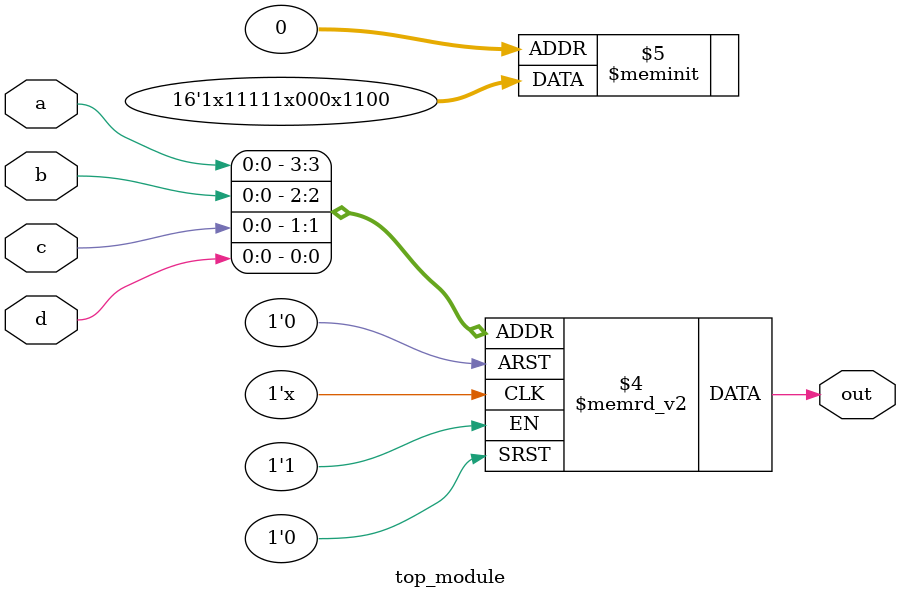
<source format=sv>
module top_module (
	input a, 
	input b,
	input c,
	input d,
	output reg out
);

    always @(a, b, c, d) begin
        case({a, b, c, d})
            4'b0000, 4'b0001, 4'b0101, 4'b0110, 4'b0111: 
                out = 1'b0;
            4'b0011, 4'b0010, 4'b1100, 4'b1011: 
                out = 1'b1;
            4'b0100, 4'b1000, 4'b1110:
                out = 1'bx;
            default: 
                out = 1'b1;
        endcase
    end
endmodule

</source>
